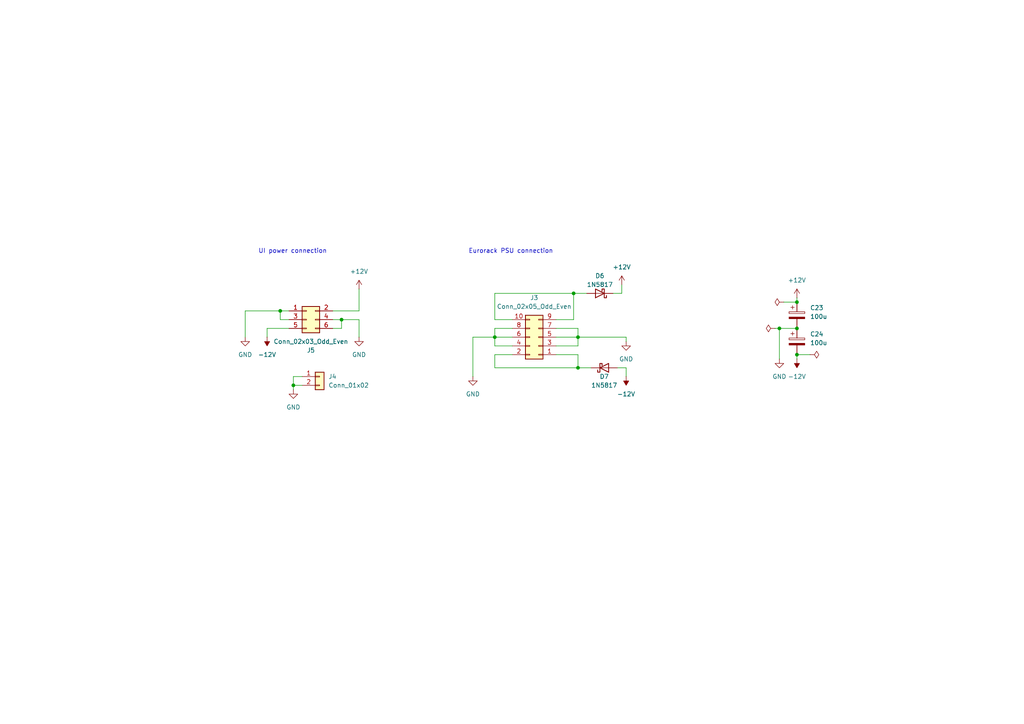
<source format=kicad_sch>
(kicad_sch (version 20250114) (generator "eeschema") (generator_version "9.0")
  (paper "A4")
  (lib_symbols
    (symbol "Connector_Generic:Conn_01x02" (pin_names (offset 1.016) (hide yes))
      (property "Reference" "J" (at 0 2.54 0))
      (property "Value" "Conn_01x02" (at 0 -5.08 0))
      (symbol "Conn_01x02_1_1"
        (rectangle (start -1.27 1.27) (end 1.27 -3.81) (stroke (width 0.254)) (fill (type background)))
        (rectangle (start -1.27 0.127) (end 0 -0.127) (stroke (width 0.1524)))
        (rectangle (start -1.27 -2.413) (end 0 -2.667) (stroke (width 0.1524)))
        (pin passive line (at -5.08 0 0) (length 3.81) (name "Pin_1") (number "1"))
        (pin passive line (at -5.08 -2.54 0) (length 3.81) (name "Pin_2") (number "2"))
      )
    )
    (symbol "Connector_Generic:Conn_02x03_Odd_Even" (pin_names (offset 1.016) (hide yes))
      (property "Reference" "J" (at 1.27 5.08 0))
      (property "Value" "Conn_02x03_Odd_Even" (at 1.27 -5.08 0))
      (symbol "Conn_02x03_Odd_Even_1_1"
        (rectangle (start -1.27 3.81) (end 3.81 -3.81) (stroke (width 0.254)) (fill (type background)))
        (rectangle (start -1.27 2.667) (end 0 2.413) (stroke (width 0.1524)))
        (rectangle (start -1.27 0.127) (end 0 -0.127) (stroke (width 0.1524)))
        (rectangle (start -1.27 -2.413) (end 0 -2.667) (stroke (width 0.1524)))
        (rectangle (start 3.81 2.667) (end 2.54 2.413) (stroke (width 0.1524)))
        (rectangle (start 3.81 0.127) (end 2.54 -0.127) (stroke (width 0.1524)))
        (rectangle (start 3.81 -2.413) (end 2.54 -2.667) (stroke (width 0.1524)))
        (pin passive line (at -5.08 2.54 0) (length 3.81) (name "Pin_1") (number "1"))
        (pin passive line (at -5.08 0 0) (length 3.81) (name "Pin_3") (number "3"))
        (pin passive line (at -5.08 -2.54 0) (length 3.81) (name "Pin_5") (number "5"))
        (pin passive line (at 7.62 2.54 180) (length 3.81) (name "Pin_2") (number "2"))
        (pin passive line (at 7.62 0 180) (length 3.81) (name "Pin_4") (number "4"))
        (pin passive line (at 7.62 -2.54 180) (length 3.81) (name "Pin_6") (number "6"))
      )
    )
    (symbol "Connector_Generic:Conn_02x05_Odd_Even" (pin_names (offset 1.016) (hide yes))
      (property "Reference" "J" (at 1.27 7.62 0))
      (property "Value" "Conn_02x05_Odd_Even" (at 1.27 -7.62 0))
      (symbol "Conn_02x05_Odd_Even_1_1"
        (rectangle (start -1.27 6.35) (end 3.81 -6.35) (stroke (width 0.254)) (fill (type background)))
        (rectangle (start -1.27 5.207) (end 0 4.953) (stroke (width 0.1524)))
        (rectangle (start -1.27 2.667) (end 0 2.413) (stroke (width 0.1524)))
        (rectangle (start -1.27 0.127) (end 0 -0.127) (stroke (width 0.1524)))
        (rectangle (start -1.27 -2.413) (end 0 -2.667) (stroke (width 0.1524)))
        (rectangle (start -1.27 -4.953) (end 0 -5.207) (stroke (width 0.1524)))
        (rectangle (start 3.81 5.207) (end 2.54 4.953) (stroke (width 0.1524)))
        (rectangle (start 3.81 2.667) (end 2.54 2.413) (stroke (width 0.1524)))
        (rectangle (start 3.81 0.127) (end 2.54 -0.127) (stroke (width 0.1524)))
        (rectangle (start 3.81 -2.413) (end 2.54 -2.667) (stroke (width 0.1524)))
        (rectangle (start 3.81 -4.953) (end 2.54 -5.207) (stroke (width 0.1524)))
        (pin passive line (at -5.08 5.08 0) (length 3.81) (name "Pin_1") (number "1"))
        (pin passive line (at -5.08 2.54 0) (length 3.81) (name "Pin_3") (number "3"))
        (pin passive line (at -5.08 0 0) (length 3.81) (name "Pin_5") (number "5"))
        (pin passive line (at -5.08 -2.54 0) (length 3.81) (name "Pin_7") (number "7"))
        (pin passive line (at -5.08 -5.08 0) (length 3.81) (name "Pin_9") (number "9"))
        (pin passive line (at 7.62 5.08 180) (length 3.81) (name "Pin_2") (number "2"))
        (pin passive line (at 7.62 2.54 180) (length 3.81) (name "Pin_4") (number "4"))
        (pin passive line (at 7.62 0 180) (length 3.81) (name "Pin_6") (number "6"))
        (pin passive line (at 7.62 -2.54 180) (length 3.81) (name "Pin_8") (number "8"))
        (pin passive line (at 7.62 -5.08 180) (length 3.81) (name "Pin_10") (number "10"))
      )
    )
    (symbol "Device:C_Polarized" (pin_numbers (hide yes)) (pin_names (offset 0.254))
      (property "Reference" "C" (at 0.635 2.54 0))
      (property "Value" "C_Polarized" (at 0.635 -2.54 0))
      (symbol "C_Polarized_0_1"
        (rectangle (start -2.286 0.508) (end 2.286 1.016))
        (polyline (pts (xy -1.778 2.286) (xy -0.762 2.286)))
        (polyline (pts (xy -1.27 2.794) (xy -1.27 1.778)))
        (rectangle (start 2.286 -0.508) (end -2.286 -1.016) (fill (type outline)))
      )
      (symbol "C_Polarized_1_1"
        (pin passive line (at 0 3.81 270) (length 2.794) (name "~") (number "1"))
        (pin passive line (at 0 -3.81 90) (length 2.794) (name "~") (number "2"))
      )
    )
    (symbol "Device:D_Schottky" (pin_numbers (hide yes)) (pin_names (offset 1.016) (hide yes))
      (property "Reference" "D" (at 0 2.54 0))
      (property "Value" "D_Schottky" (at 0 -2.54 0))
      (symbol "D_Schottky_0_1"
        (polyline (pts (xy -1.905 0.635) (xy -1.905 1.27) (xy -1.27 1.27) (xy -1.27 -1.27) (xy -0.635 -1.27) (xy -0.635 -0.635)) (stroke (width 0.254)))
        (polyline (pts (xy 1.27 1.27) (xy 1.27 -1.27) (xy -1.27 0) (xy 1.27 1.27)) (stroke (width 0.254)))
        (polyline (pts (xy 1.27 0) (xy -1.27 0)))
      )
      (symbol "D_Schottky_1_1"
        (pin passive line (at -3.81 0 0) (length 2.54) (name "K") (number "1"))
        (pin passive line (at 3.81 0 180) (length 2.54) (name "A") (number "2"))
      )
    )
    (symbol "power:+12V" (power) (pin_numbers (hide yes)) (pin_names (offset 0) (hide yes))
      (property "Value" "+12V" (at 0 3.556 0))
      (symbol "+12V_0_1"
        (polyline (pts (xy -0.762 1.27) (xy 0 2.54)))
        (polyline (pts (xy 0 2.54) (xy 0.762 1.27)))
        (polyline (pts (xy 0 0) (xy 0 2.54)))
      )
      (symbol "+12V_1_1"
        (pin power_in line (at 0 0 90) (length 0) (name "~") (number "1"))
      )
    )
    (symbol "power:-12V" (power) (pin_numbers (hide yes)) (pin_names (offset 0) (hide yes))
      (property "Value" "-12V" (at 0 3.556 0))
      (symbol "-12V_0_0"
        (pin power_in line (at 0 0 90) (length 0) (name "~") (number "1"))
      )
      (symbol "-12V_0_1"
        (polyline (pts (xy 0 0) (xy 0 1.27) (xy 0.762 1.27) (xy 0 2.54) (xy -0.762 1.27) (xy 0 1.27)) (fill (type outline)))
      )
    )
    (symbol "power:GND" (power) (pin_numbers (hide yes)) (pin_names (offset 0) (hide yes))
      (property "Value" "GND" (at 0 -3.81 0))
      (symbol "GND_0_1"
        (polyline (pts (xy 0 0) (xy 0 -1.27) (xy 1.27 -1.27) (xy 0 -2.54) (xy -1.27 -1.27) (xy 0 -1.27)))
      )
      (symbol "GND_1_1"
        (pin power_in line (at 0 0 270) (length 0) (name "~") (number "1"))
      )
    )
    (symbol "power:PWR_FLAG" (power) (pin_numbers (hide yes)) (pin_names (offset 0) (hide yes))
      (property "Value" "PWR_FLAG" (at 0 3.81 0))
      (symbol "PWR_FLAG_0_0"
        (pin power_out line (at 0 0 90) (length 0) (name "~") (number "1"))
      )
      (symbol "PWR_FLAG_0_1"
        (polyline (pts (xy 0 0) (xy 0 1.27) (xy -1.016 1.905) (xy 0 2.54) (xy 1.016 1.905) (xy 0 1.27)))
      )
    )
  )
  (text "UI power connection" (at 74.93 73.66 0) (effects (font (size 1.27 1.27)) (justify left bottom)))
  (text "Eurorack PSU connection" (at 135.89 73.66 0) (effects (font (size 1.27 1.27)) (justify left bottom)))
  (junction (at 231.14 87.63))
  (junction (at 231.14 102.87))
  (junction (at 81.28 90.17))
  (junction (at 167.64 106.68))
  (junction (at 226.06 95.25))
  (junction (at 85.09 111.76))
  (junction (at 166.37 85.09))
  (junction (at 143.51 97.79))
  (junction (at 167.64 97.79))
  (junction (at 231.14 95.25))
  (junction (at 99.06 92.71))
  (wire (pts (xy 85.09 111.76) (xy 85.09 113.03)))
  (wire (pts (xy 166.37 92.71) (xy 166.37 85.09)))
  (wire (pts (xy 167.64 100.33) (xy 167.64 97.79)))
  (wire (pts (xy 87.63 109.22) (xy 85.09 109.22)))
  (wire (pts (xy 143.51 92.71) (xy 148.59 92.71)))
  (wire (pts (xy 167.64 97.79) (xy 181.61 97.79)))
  (wire (pts (xy 231.14 86.36) (xy 231.14 87.63)))
  (wire (pts (xy 137.16 109.22) (xy 137.16 97.79)))
  (wire (pts (xy 161.29 92.71) (xy 166.37 92.71)))
  (wire (pts (xy 167.64 102.87) (xy 167.64 106.68)))
  (wire (pts (xy 177.8 85.09) (xy 180.34 85.09)))
  (wire (pts (xy 167.64 97.79) (xy 167.64 95.25)))
  (wire (pts (xy 104.14 92.71) (xy 99.06 92.71)))
  (wire (pts (xy 81.28 92.71) (xy 81.28 90.17)))
  (wire (pts (xy 96.52 95.25) (xy 99.06 95.25)))
  (wire (pts (xy 167.64 95.25) (xy 161.29 95.25)))
  (wire (pts (xy 85.09 111.76) (xy 87.63 111.76)))
  (wire (pts (xy 143.51 102.87) (xy 143.51 106.68)))
  (wire (pts (xy 143.51 100.33) (xy 148.59 100.33)))
  (wire (pts (xy 143.51 106.68) (xy 167.64 106.68)))
  (wire (pts (xy 234.95 102.87) (xy 231.14 102.87)))
  (wire (pts (xy 83.82 95.25) (xy 77.47 95.25)))
  (wire (pts (xy 71.12 90.17) (xy 81.28 90.17)))
  (wire (pts (xy 143.51 85.09) (xy 166.37 85.09)))
  (wire (pts (xy 71.12 97.79) (xy 71.12 90.17)))
  (wire (pts (xy 226.06 95.25) (xy 231.14 95.25)))
  (wire (pts (xy 227.33 87.63) (xy 231.14 87.63)))
  (wire (pts (xy 99.06 92.71) (xy 96.52 92.71)))
  (wire (pts (xy 137.16 97.79) (xy 143.51 97.79)))
  (wire (pts (xy 143.51 102.87) (xy 148.59 102.87)))
  (wire (pts (xy 143.51 95.25) (xy 148.59 95.25)))
  (wire (pts (xy 104.14 83.82) (xy 104.14 90.17)))
  (wire (pts (xy 83.82 92.71) (xy 81.28 92.71)))
  (wire (pts (xy 143.51 97.79) (xy 143.51 100.33)))
  (wire (pts (xy 170.18 85.09) (xy 166.37 85.09)))
  (wire (pts (xy 226.06 104.14) (xy 226.06 95.25)))
  (wire (pts (xy 104.14 90.17) (xy 96.52 90.17)))
  (wire (pts (xy 143.51 85.09) (xy 143.51 92.71)))
  (wire (pts (xy 99.06 95.25) (xy 99.06 92.71)))
  (wire (pts (xy 167.64 106.68) (xy 171.45 106.68)))
  (wire (pts (xy 104.14 97.79) (xy 104.14 92.71)))
  (wire (pts (xy 181.61 99.06) (xy 181.61 97.79)))
  (wire (pts (xy 161.29 102.87) (xy 167.64 102.87)))
  (wire (pts (xy 81.28 90.17) (xy 83.82 90.17)))
  (wire (pts (xy 143.51 97.79) (xy 143.51 95.25)))
  (wire (pts (xy 181.61 106.68) (xy 181.61 109.22)))
  (wire (pts (xy 77.47 97.79) (xy 77.47 95.25)))
  (wire (pts (xy 179.07 106.68) (xy 181.61 106.68)))
  (wire (pts (xy 224.79 95.25) (xy 226.06 95.25)))
  (wire (pts (xy 231.14 102.87) (xy 231.14 104.14)))
  (wire (pts (xy 180.34 82.55) (xy 180.34 85.09)))
  (wire (pts (xy 161.29 97.79) (xy 167.64 97.79)))
  (wire (pts (xy 161.29 100.33) (xy 167.64 100.33)))
  (wire (pts (xy 85.09 109.22) (xy 85.09 111.76)))
  (wire (pts (xy 143.51 97.79) (xy 148.59 97.79)))
  (symbol (lib_id "power:+12V") (at 104.14 83.82 0) (mirror y) (unit 1)
    (property "Reference" "#PWR059" (effects (hide yes)))
    (property "Value" "+12V" (at 104.14 78.74 0))
    (property "Description" "Power symbol creates a global label with name \"+12V\"" (effects (hide yes)))
  )
  (symbol (lib_id "Device:C_Polarized") (at 231.14 91.44 0) (unit 1)
    (property "Reference" "C23" (at 234.95 89.281 0) (effects (justify left)))
    (property "Value" "100u" (at 234.95 91.821 0) (effects (justify left)))
    (property "Footprint" "Capacitor_SMD:CP_Elec_6.3x7.7" (effects (hide yes)))
    (property "LCSC" "C2836437" (effects (hide yes)))
    (property "Vendor" "JLCPCB" (effects (hide yes)))
    (property "FT Rotation Offset" "180" (effects (hide yes)))
    (property "CHECKED" "YES" (effects (hide yes)))
  )
  (symbol (lib_id "power:GND") (at 137.16 109.22 0) (unit 1)
    (property "Reference" "#PWR047" (effects (hide yes)))
    (property "Value" "GND" (at 137.16 114.3 0))
    (property "Description" "Power symbol creates a global label with name \"GND\" , ground" (effects (hide yes)))
  )
  (symbol (lib_id "Device:D_Schottky") (at 175.26 106.68 0) (mirror x) (unit 1)
    (property "Reference" "D7" (at 175.26 109.22 0))
    (property "Value" "1N5817" (at 175.26 111.76 0))
    (property "Footprint" "Diode_SMD:D_SOD-323" (effects (hide yes)))
    (property "Description" "Schottky diode" (effects (hide yes)))
    (property "Vendor" "JLCPCB" (effects (hide yes)))
    (property "LCSC" "C5190152" (effects (hide yes)))
    (property "CHECKED" "YES" (effects (hide yes)))
  )
  (symbol (lib_id "power:GND") (at 181.61 99.06 0) (unit 1)
    (property "Reference" "#PWR050" (effects (hide yes)))
    (property "Value" "GND" (at 181.61 104.14 0))
    (property "Description" "Power symbol creates a global label with name \"GND\" , ground" (effects (hide yes)))
  )
  (symbol (lib_id "power:-12V") (at 77.47 97.79 0) (mirror x) (unit 1)
    (property "Reference" "#PWR060" (effects (hide yes)))
    (property "Value" "-12V" (at 77.47 102.87 0))
    (property "Description" "Power symbol creates a global label with name \"-12V\"" (effects (hide yes)))
  )
  (symbol (lib_id "power:PWR_FLAG") (at 227.33 87.63 90) (unit 1)
    (property "Reference" "#FLG02" (effects (hide yes)))
    (property "Value" "PWR_FLAG" (effects (hide yes)))
    (property "Description" "Special symbol for telling ERC where power comes from" (effects (hide yes)))
  )
  (symbol (lib_id "Connector_Generic:Conn_02x03_Odd_Even") (at 88.9 92.71 0) (unit 1)
    (property "Reference" "J5" (at 90.17 101.6 0))
    (property "Value" "Conn_02x03_Odd_Even" (at 90.17 99.06 0))
    (property "Footprint" "Connector_PinHeader_2.54mm:PinHeader_2x03_P2.54mm_Vertical" (effects (hide yes)))
    (property "Description" "Generic connector, double row, 02x03, odd/even pin numbering scheme (row 1 odd numbers, row 2 even numbers), script generated (kicad-library-utils/schlib/autogen/connector/)" (effects (hide yes)))
    (property "Vendor" "Mouser" (effects (hide yes)))
  )
  (symbol (lib_id "power:GND") (at 226.06 104.14 0) (unit 1)
    (property "Reference" "#PWR052" (effects (hide yes)))
    (property "Value" "GND" (at 226.06 109.22 0))
    (property "Description" "Power symbol creates a global label with name \"GND\" , ground" (effects (hide yes)))
  )
  (symbol (lib_id "power:-12V") (at 181.61 109.22 180) (unit 1)
    (property "Reference" "#PWR049" (effects (hide yes)))
    (property "Value" "-12V" (at 181.61 114.3 0))
    (property "Description" "Power symbol creates a global label with name \"-12V\"" (effects (hide yes)))
  )
  (symbol (lib_id "Device:C_Polarized") (at 231.14 99.06 0) (unit 1)
    (property "Reference" "C24" (at 234.95 96.901 0) (effects (justify left)))
    (property "Value" "100u" (at 234.95 99.441 0) (effects (justify left)))
    (property "Footprint" "Capacitor_SMD:CP_Elec_6.3x7.7" (effects (hide yes)))
    (property "LCSC" "C2836437" (effects (hide yes)))
    (property "Vendor" "JLCPCB" (effects (hide yes)))
    (property "FT Rotation Offset" "180" (effects (hide yes)))
    (property "CHECKED" "YES" (effects (hide yes)))
  )
  (symbol (lib_id "power:PWR_FLAG") (at 224.79 95.25 90) (unit 1)
    (property "Reference" "#FLG01" (effects (hide yes)))
    (property "Value" "PWR_FLAG" (effects (hide yes)))
    (property "Description" "Special symbol for telling ERC where power comes from" (effects (hide yes)))
  )
  (symbol (lib_id "power:GND") (at 71.12 97.79 0) (mirror y) (unit 1)
    (property "Reference" "#PWR061" (effects (hide yes)))
    (property "Value" "GND" (at 71.12 102.87 0))
    (property "Description" "Power symbol creates a global label with name \"GND\" , ground" (effects (hide yes)))
  )
  (symbol (lib_id "Connector_Generic:Conn_02x05_Odd_Even") (at 156.21 97.79 180) (unit 1)
    (property "Reference" "J3" (at 154.94 86.36 0))
    (property "Value" "Conn_02x05_Odd_Even" (at 154.94 88.9 0))
    (property "Footprint" "Connector_IDC:IDC-Header_2x05_P2.54mm_Horizontal" (effects (hide yes)))
    (property "Description" "Generic connector, double row, 02x05, odd/even pin numbering scheme (row 1 odd numbers, row 2 even numbers), script generated (kicad-library-utils/schlib/autogen/connector/)" (effects (hide yes)))
    (property "Vendor" "Mouser" (effects (hide yes)))
  )
  (symbol (lib_id "power:+12V") (at 231.14 86.36 0) (unit 1)
    (property "Reference" "#PWR053" (effects (hide yes)))
    (property "Value" "+12V" (at 231.14 81.28 0))
    (property "Description" "Power symbol creates a global label with name \"+12V\"" (effects (hide yes)))
  )
  (symbol (lib_id "Device:D_Schottky") (at 173.99 85.09 180) (unit 1)
    (property "Reference" "D6" (at 173.99 80.01 0))
    (property "Value" "1N5817" (at 173.99 82.55 0))
    (property "Footprint" "Diode_SMD:D_SOD-323" (effects (hide yes)))
    (property "Description" "Schottky diode" (effects (hide yes)))
    (property "Vendor" "JLCPCB" (effects (hide yes)))
    (property "LCSC" "C5190152" (effects (hide yes)))
    (property "CHECKED" "YES" (effects (hide yes)))
  )
  (symbol (lib_id "power:+12V") (at 180.34 82.55 0) (unit 1)
    (property "Reference" "#PWR048" (effects (hide yes)))
    (property "Value" "+12V" (at 180.34 77.47 0))
    (property "Description" "Power symbol creates a global label with name \"+12V\"" (effects (hide yes)))
  )
  (symbol (lib_id "Connector_Generic:Conn_01x02") (at 92.71 109.22 0) (unit 1)
    (property "Reference" "J4" (at 95.25 109.2199 0) (effects (justify left)))
    (property "Value" "Conn_01x02" (at 95.25 111.7599 0) (effects (justify left)))
    (property "Footprint" "Connector_PinHeader_2.54mm:PinHeader_1x02_P2.54mm_Vertical" (effects (hide yes)))
    (property "Description" "Generic connector, single row, 01x02, script generated (kicad-library-utils/schlib/autogen/connector/)" (effects (hide yes)))
    (property "Vendor" "Mouser" (effects (hide yes)))
  )
  (symbol (lib_id "power:GND") (at 85.09 113.03 0) (unit 1)
    (property "Reference" "#PWR058" (effects (hide yes)))
    (property "Value" "GND" (at 85.09 118.11 0))
    (property "Description" "Power symbol creates a global label with name \"GND\" , ground" (effects (hide yes)))
  )
  (symbol (lib_id "power:-12V") (at 231.14 104.14 180) (unit 1)
    (property "Reference" "#PWR054" (effects (hide yes)))
    (property "Value" "-12V" (at 231.14 109.22 0))
    (property "Description" "Power symbol creates a global label with name \"-12V\"" (effects (hide yes)))
  )
  (symbol (lib_id "power:PWR_FLAG") (at 234.95 102.87 270) (unit 1)
    (property "Reference" "#FLG03" (effects (hide yes)))
    (property "Value" "PWR_FLAG" (effects (hide yes)))
    (property "Description" "Special symbol for telling ERC where power comes from" (effects (hide yes)))
  )
  (symbol (lib_id "power:GND") (at 104.14 97.79 0) (mirror y) (unit 1)
    (property "Reference" "#PWR062" (effects (hide yes)))
    (property "Value" "GND" (at 104.14 102.87 0))
    (property "Description" "Power symbol creates a global label with name \"GND\" , ground" (effects (hide yes)))
  )
)
</source>
